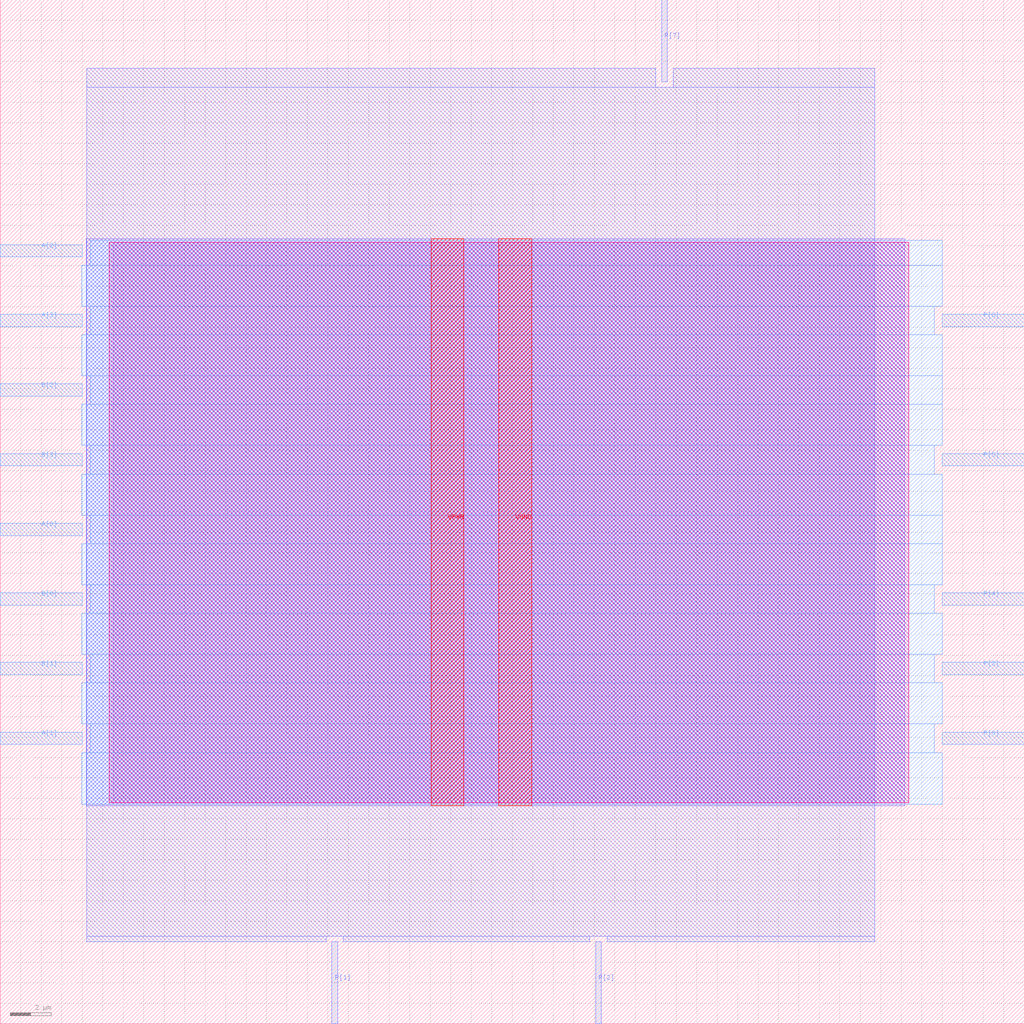
<source format=lef>
VERSION 5.7 ;
  NOWIREEXTENSIONATPIN ON ;
  DIVIDERCHAR "/" ;
  BUSBITCHARS "[]" ;
MACRO mult4_SarsaNStepsRuido_e9_SARSA_RUIDO_e9_SARSA_RUIDO_e9_SARSA_RUIDO_e9
  CLASS BLOCK ;
  FOREIGN mult4_SarsaNStepsRuido_e9_SARSA_RUIDO_e9_SARSA_RUIDO_e9_SARSA_RUIDO_e9 ;
  ORIGIN 0.000 0.000 ;
  SIZE 50.000 BY 50.000 ;
  PIN A[0]
    DIRECTION INPUT ;
    USE SIGNAL ;
    ANTENNAGATEAREA 0.126000 ;
    PORT
      LAYER met3 ;
        RECT 0.000 23.840 4.000 24.440 ;
    END
  END A[0]
  PIN A[1]
    DIRECTION INPUT ;
    USE SIGNAL ;
    ANTENNAGATEAREA 0.213000 ;
    PORT
      LAYER met3 ;
        RECT 0.000 13.640 4.000 14.240 ;
    END
  END A[1]
  PIN A[2]
    DIRECTION INPUT ;
    USE SIGNAL ;
    ANTENNAGATEAREA 0.213000 ;
    PORT
      LAYER met3 ;
        RECT 0.000 37.440 4.000 38.040 ;
    END
  END A[2]
  PIN A[3]
    DIRECTION INPUT ;
    USE SIGNAL ;
    ANTENNAGATEAREA 0.196500 ;
    PORT
      LAYER met3 ;
        RECT 0.000 34.040 4.000 34.640 ;
    END
  END A[3]
  PIN B[0]
    DIRECTION INPUT ;
    USE SIGNAL ;
    ANTENNAGATEAREA 0.126000 ;
    PORT
      LAYER met3 ;
        RECT 0.000 20.440 4.000 21.040 ;
    END
  END B[0]
  PIN B[1]
    DIRECTION INPUT ;
    USE SIGNAL ;
    ANTENNAGATEAREA 0.126000 ;
    PORT
      LAYER met3 ;
        RECT 0.000 17.040 4.000 17.640 ;
    END
  END B[1]
  PIN B[2]
    DIRECTION INPUT ;
    USE SIGNAL ;
    ANTENNAGATEAREA 0.196500 ;
    PORT
      LAYER met3 ;
        RECT 0.000 30.640 4.000 31.240 ;
    END
  END B[2]
  PIN B[3]
    DIRECTION INPUT ;
    USE SIGNAL ;
    ANTENNAGATEAREA 0.213000 ;
    PORT
      LAYER met3 ;
        RECT 0.000 27.240 4.000 27.840 ;
    END
  END B[3]
  PIN P[0]
    DIRECTION OUTPUT ;
    USE SIGNAL ;
    PORT
      LAYER met3 ;
        RECT 46.000 13.640 50.000 14.240 ;
    END
  END P[0]
  PIN P[1]
    DIRECTION OUTPUT ;
    USE SIGNAL ;
    ANTENNADIFFAREA 0.445500 ;
    PORT
      LAYER met2 ;
        RECT 16.190 0.000 16.470 4.000 ;
    END
  END P[1]
  PIN P[2]
    DIRECTION OUTPUT ;
    USE SIGNAL ;
    ANTENNADIFFAREA 0.445500 ;
    PORT
      LAYER met2 ;
        RECT 29.070 0.000 29.350 4.000 ;
    END
  END P[2]
  PIN P[3]
    DIRECTION OUTPUT ;
    USE SIGNAL ;
    ANTENNADIFFAREA 0.445500 ;
    PORT
      LAYER met3 ;
        RECT 46.000 17.040 50.000 17.640 ;
    END
  END P[3]
  PIN P[4]
    DIRECTION OUTPUT ;
    USE SIGNAL ;
    ANTENNADIFFAREA 0.445500 ;
    PORT
      LAYER met3 ;
        RECT 46.000 20.440 50.000 21.040 ;
    END
  END P[4]
  PIN P[5]
    DIRECTION OUTPUT ;
    USE SIGNAL ;
    ANTENNADIFFAREA 0.445500 ;
    PORT
      LAYER met3 ;
        RECT 46.000 27.240 50.000 27.840 ;
    END
  END P[5]
  PIN P[6]
    DIRECTION OUTPUT ;
    USE SIGNAL ;
    ANTENNADIFFAREA 0.445500 ;
    PORT
      LAYER met3 ;
        RECT 46.000 34.040 50.000 34.640 ;
    END
  END P[6]
  PIN P[7]
    DIRECTION OUTPUT ;
    USE SIGNAL ;
    ANTENNADIFFAREA 0.445500 ;
    PORT
      LAYER met2 ;
        RECT 32.290 46.000 32.570 50.000 ;
    END
  END P[7]
  PIN VGND
    DIRECTION INOUT ;
    USE GROUND ;
    PORT
      LAYER met4 ;
        RECT 24.340 10.640 25.940 38.320 ;
    END
  END VGND
  PIN VPWR
    DIRECTION INOUT ;
    USE POWER ;
    PORT
      LAYER met4 ;
        RECT 21.040 10.640 22.640 38.320 ;
    END
  END VPWR
  OBS
      LAYER nwell ;
        RECT 5.330 10.795 44.350 38.165 ;
      LAYER li1 ;
        RECT 5.520 10.795 44.160 38.165 ;
      LAYER met1 ;
        RECT 4.210 10.640 44.160 38.320 ;
      LAYER met2 ;
        RECT 4.230 45.720 32.010 46.650 ;
        RECT 32.850 45.720 42.690 46.650 ;
        RECT 4.230 4.280 42.690 45.720 ;
        RECT 4.230 4.000 15.910 4.280 ;
        RECT 16.750 4.000 28.790 4.280 ;
        RECT 29.630 4.000 42.690 4.280 ;
      LAYER met3 ;
        RECT 4.400 37.040 46.000 38.245 ;
        RECT 3.990 35.040 46.000 37.040 ;
        RECT 4.400 33.640 45.600 35.040 ;
        RECT 3.990 31.640 46.000 33.640 ;
        RECT 4.400 30.240 46.000 31.640 ;
        RECT 3.990 28.240 46.000 30.240 ;
        RECT 4.400 26.840 45.600 28.240 ;
        RECT 3.990 24.840 46.000 26.840 ;
        RECT 4.400 23.440 46.000 24.840 ;
        RECT 3.990 21.440 46.000 23.440 ;
        RECT 4.400 20.040 45.600 21.440 ;
        RECT 3.990 18.040 46.000 20.040 ;
        RECT 4.400 16.640 45.600 18.040 ;
        RECT 3.990 14.640 46.000 16.640 ;
        RECT 4.400 13.240 45.600 14.640 ;
        RECT 3.990 10.715 46.000 13.240 ;
  END
END mult4_SarsaNStepsRuido_e9_SARSA_RUIDO_e9_SARSA_RUIDO_e9_SARSA_RUIDO_e9
END LIBRARY


</source>
